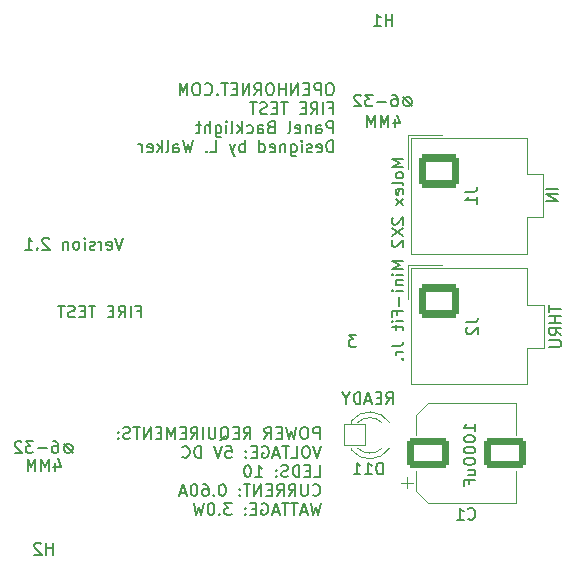
<source format=gbr>
%TF.GenerationSoftware,KiCad,Pcbnew,(6.0.9)*%
%TF.CreationDate,2022-12-26T17:43:00-09:00*%
%TF.ProjectId,PCB_ FIRE TEST PANEL,5043422c-2046-4495-9245-205445535420,rev?*%
%TF.SameCoordinates,Original*%
%TF.FileFunction,Legend,Bot*%
%TF.FilePolarity,Positive*%
%FSLAX46Y46*%
G04 Gerber Fmt 4.6, Leading zero omitted, Abs format (unit mm)*
G04 Created by KiCad (PCBNEW (6.0.9)) date 2022-12-26 17:43:00*
%MOMM*%
%LPD*%
G01*
G04 APERTURE LIST*
G04 Aperture macros list*
%AMRoundRect*
0 Rectangle with rounded corners*
0 $1 Rounding radius*
0 $2 $3 $4 $5 $6 $7 $8 $9 X,Y pos of 4 corners*
0 Add a 4 corners polygon primitive as box body*
4,1,4,$2,$3,$4,$5,$6,$7,$8,$9,$2,$3,0*
0 Add four circle primitives for the rounded corners*
1,1,$1+$1,$2,$3*
1,1,$1+$1,$4,$5*
1,1,$1+$1,$6,$7*
1,1,$1+$1,$8,$9*
0 Add four rect primitives between the rounded corners*
20,1,$1+$1,$2,$3,$4,$5,0*
20,1,$1+$1,$4,$5,$6,$7,0*
20,1,$1+$1,$6,$7,$8,$9,0*
20,1,$1+$1,$8,$9,$2,$3,0*%
G04 Aperture macros list end*
%ADD10C,0.150000*%
%ADD11C,0.120000*%
%ADD12RoundRect,0.300000X-1.500000X-1.000000X1.500000X-1.000000X1.500000X1.000000X-1.500000X1.000000X0*%
%ADD13RoundRect,0.300001X-1.399999X1.099999X-1.399999X-1.099999X1.399999X-1.099999X1.399999X1.099999X0*%
%ADD14O,3.400000X2.800000*%
%ADD15C,12.800000*%
%ADD16C,3.672000*%
%ADD17C,4.400000*%
%ADD18RoundRect,0.050000X-0.900000X-0.900000X0.900000X-0.900000X0.900000X0.900000X-0.900000X0.900000X0*%
%ADD19C,1.900000*%
G04 APERTURE END LIST*
D10*
X125653276Y-95108780D02*
X125319942Y-96108780D01*
X124986609Y-95108780D01*
X124272323Y-96061161D02*
X124367561Y-96108780D01*
X124558038Y-96108780D01*
X124653276Y-96061161D01*
X124700895Y-95965923D01*
X124700895Y-95584971D01*
X124653276Y-95489733D01*
X124558038Y-95442114D01*
X124367561Y-95442114D01*
X124272323Y-95489733D01*
X124224704Y-95584971D01*
X124224704Y-95680209D01*
X124700895Y-95775447D01*
X123796133Y-96108780D02*
X123796133Y-95442114D01*
X123796133Y-95632590D02*
X123748514Y-95537352D01*
X123700895Y-95489733D01*
X123605657Y-95442114D01*
X123510419Y-95442114D01*
X123224704Y-96061161D02*
X123129466Y-96108780D01*
X122938990Y-96108780D01*
X122843752Y-96061161D01*
X122796133Y-95965923D01*
X122796133Y-95918304D01*
X122843752Y-95823066D01*
X122938990Y-95775447D01*
X123081847Y-95775447D01*
X123177085Y-95727828D01*
X123224704Y-95632590D01*
X123224704Y-95584971D01*
X123177085Y-95489733D01*
X123081847Y-95442114D01*
X122938990Y-95442114D01*
X122843752Y-95489733D01*
X122367561Y-96108780D02*
X122367561Y-95442114D01*
X122367561Y-95108780D02*
X122415180Y-95156400D01*
X122367561Y-95204019D01*
X122319942Y-95156400D01*
X122367561Y-95108780D01*
X122367561Y-95204019D01*
X121748514Y-96108780D02*
X121843752Y-96061161D01*
X121891371Y-96013542D01*
X121938990Y-95918304D01*
X121938990Y-95632590D01*
X121891371Y-95537352D01*
X121843752Y-95489733D01*
X121748514Y-95442114D01*
X121605657Y-95442114D01*
X121510419Y-95489733D01*
X121462800Y-95537352D01*
X121415180Y-95632590D01*
X121415180Y-95918304D01*
X121462800Y-96013542D01*
X121510419Y-96061161D01*
X121605657Y-96108780D01*
X121748514Y-96108780D01*
X120986609Y-95442114D02*
X120986609Y-96108780D01*
X120986609Y-95537352D02*
X120938990Y-95489733D01*
X120843752Y-95442114D01*
X120700895Y-95442114D01*
X120605657Y-95489733D01*
X120558038Y-95584971D01*
X120558038Y-96108780D01*
X119367561Y-95204019D02*
X119319942Y-95156400D01*
X119224704Y-95108780D01*
X118986609Y-95108780D01*
X118891371Y-95156400D01*
X118843752Y-95204019D01*
X118796133Y-95299257D01*
X118796133Y-95394495D01*
X118843752Y-95537352D01*
X119415180Y-96108780D01*
X118796133Y-96108780D01*
X118367561Y-96013542D02*
X118319942Y-96061161D01*
X118367561Y-96108780D01*
X118415180Y-96061161D01*
X118367561Y-96013542D01*
X118367561Y-96108780D01*
X117367561Y-96108780D02*
X117938990Y-96108780D01*
X117653276Y-96108780D02*
X117653276Y-95108780D01*
X117748514Y-95251638D01*
X117843752Y-95346876D01*
X117938990Y-95394495D01*
X147910680Y-109189780D02*
X148244013Y-108713590D01*
X148482108Y-109189780D02*
X148482108Y-108189780D01*
X148101156Y-108189780D01*
X148005918Y-108237400D01*
X147958299Y-108285019D01*
X147910680Y-108380257D01*
X147910680Y-108523114D01*
X147958299Y-108618352D01*
X148005918Y-108665971D01*
X148101156Y-108713590D01*
X148482108Y-108713590D01*
X147482108Y-108665971D02*
X147148775Y-108665971D01*
X147005918Y-109189780D02*
X147482108Y-109189780D01*
X147482108Y-108189780D01*
X147005918Y-108189780D01*
X146624965Y-108904066D02*
X146148775Y-108904066D01*
X146720203Y-109189780D02*
X146386870Y-108189780D01*
X146053537Y-109189780D01*
X145720203Y-109189780D02*
X145720203Y-108189780D01*
X145482108Y-108189780D01*
X145339251Y-108237400D01*
X145244013Y-108332638D01*
X145196394Y-108427876D01*
X145148775Y-108618352D01*
X145148775Y-108761209D01*
X145196394Y-108951685D01*
X145244013Y-109046923D01*
X145339251Y-109142161D01*
X145482108Y-109189780D01*
X145720203Y-109189780D01*
X144529727Y-108713590D02*
X144529727Y-109189780D01*
X144863060Y-108189780D02*
X144529727Y-108713590D01*
X144196394Y-108189780D01*
X155463500Y-111460850D02*
X155463500Y-110889421D01*
X155463500Y-111175136D02*
X154463500Y-111175136D01*
X154606358Y-111079898D01*
X154701596Y-110984660D01*
X154749215Y-110889421D01*
X154463500Y-112079898D02*
X154463500Y-112175136D01*
X154511120Y-112270374D01*
X154558739Y-112317993D01*
X154653977Y-112365612D01*
X154844453Y-112413231D01*
X155082548Y-112413231D01*
X155273024Y-112365612D01*
X155368262Y-112317993D01*
X155415881Y-112270374D01*
X155463500Y-112175136D01*
X155463500Y-112079898D01*
X155415881Y-111984660D01*
X155368262Y-111937040D01*
X155273024Y-111889421D01*
X155082548Y-111841802D01*
X154844453Y-111841802D01*
X154653977Y-111889421D01*
X154558739Y-111937040D01*
X154511120Y-111984660D01*
X154463500Y-112079898D01*
X154463500Y-113032279D02*
X154463500Y-113127517D01*
X154511120Y-113222755D01*
X154558739Y-113270374D01*
X154653977Y-113317993D01*
X154844453Y-113365612D01*
X155082548Y-113365612D01*
X155273024Y-113317993D01*
X155368262Y-113270374D01*
X155415881Y-113222755D01*
X155463500Y-113127517D01*
X155463500Y-113032279D01*
X155415881Y-112937040D01*
X155368262Y-112889421D01*
X155273024Y-112841802D01*
X155082548Y-112794183D01*
X154844453Y-112794183D01*
X154653977Y-112841802D01*
X154558739Y-112889421D01*
X154511120Y-112937040D01*
X154463500Y-113032279D01*
X154463500Y-113984660D02*
X154463500Y-114079898D01*
X154511120Y-114175136D01*
X154558739Y-114222755D01*
X154653977Y-114270374D01*
X154844453Y-114317993D01*
X155082548Y-114317993D01*
X155273024Y-114270374D01*
X155368262Y-114222755D01*
X155415881Y-114175136D01*
X155463500Y-114079898D01*
X155463500Y-113984660D01*
X155415881Y-113889421D01*
X155368262Y-113841802D01*
X155273024Y-113794183D01*
X155082548Y-113746564D01*
X154844453Y-113746564D01*
X154653977Y-113794183D01*
X154558739Y-113841802D01*
X154511120Y-113889421D01*
X154463500Y-113984660D01*
X154796834Y-115175136D02*
X155463500Y-115175136D01*
X154796834Y-114746564D02*
X155320643Y-114746564D01*
X155415881Y-114794183D01*
X155463500Y-114889421D01*
X155463500Y-115032279D01*
X155415881Y-115127517D01*
X155368262Y-115175136D01*
X154939691Y-115984660D02*
X154939691Y-115651326D01*
X155463500Y-115651326D02*
X154463500Y-115651326D01*
X154463500Y-116127517D01*
X149362420Y-88463859D02*
X148362420Y-88463859D01*
X149076706Y-88797192D01*
X148362420Y-89130525D01*
X149362420Y-89130525D01*
X149362420Y-89749573D02*
X149314801Y-89654335D01*
X149267182Y-89606716D01*
X149171944Y-89559097D01*
X148886230Y-89559097D01*
X148790992Y-89606716D01*
X148743373Y-89654335D01*
X148695754Y-89749573D01*
X148695754Y-89892430D01*
X148743373Y-89987668D01*
X148790992Y-90035287D01*
X148886230Y-90082906D01*
X149171944Y-90082906D01*
X149267182Y-90035287D01*
X149314801Y-89987668D01*
X149362420Y-89892430D01*
X149362420Y-89749573D01*
X149362420Y-90654335D02*
X149314801Y-90559097D01*
X149219563Y-90511478D01*
X148362420Y-90511478D01*
X149314801Y-91416240D02*
X149362420Y-91321001D01*
X149362420Y-91130525D01*
X149314801Y-91035287D01*
X149219563Y-90987668D01*
X148838611Y-90987668D01*
X148743373Y-91035287D01*
X148695754Y-91130525D01*
X148695754Y-91321001D01*
X148743373Y-91416240D01*
X148838611Y-91463859D01*
X148933849Y-91463859D01*
X149029087Y-90987668D01*
X149362420Y-91797192D02*
X148695754Y-92321001D01*
X148695754Y-91797192D02*
X149362420Y-92321001D01*
X148457659Y-93416239D02*
X148410040Y-93463859D01*
X148362420Y-93559097D01*
X148362420Y-93797192D01*
X148410040Y-93892430D01*
X148457659Y-93940049D01*
X148552897Y-93987668D01*
X148648135Y-93987668D01*
X148790992Y-93940049D01*
X149362420Y-93368620D01*
X149362420Y-93987668D01*
X148362420Y-94321001D02*
X149362420Y-94987668D01*
X148362420Y-94987668D02*
X149362420Y-94321001D01*
X148457659Y-95321001D02*
X148410040Y-95368620D01*
X148362420Y-95463859D01*
X148362420Y-95701954D01*
X148410040Y-95797192D01*
X148457659Y-95844811D01*
X148552897Y-95892430D01*
X148648135Y-95892430D01*
X148790992Y-95844811D01*
X149362420Y-95273382D01*
X149362420Y-95892430D01*
X149362420Y-97082906D02*
X148362420Y-97082906D01*
X149076706Y-97416239D01*
X148362420Y-97749573D01*
X149362420Y-97749573D01*
X149362420Y-98225763D02*
X148695754Y-98225763D01*
X148362420Y-98225763D02*
X148410040Y-98178144D01*
X148457659Y-98225763D01*
X148410040Y-98273382D01*
X148362420Y-98225763D01*
X148457659Y-98225763D01*
X148695754Y-98701954D02*
X149362420Y-98701954D01*
X148790992Y-98701954D02*
X148743373Y-98749573D01*
X148695754Y-98844811D01*
X148695754Y-98987668D01*
X148743373Y-99082906D01*
X148838611Y-99130525D01*
X149362420Y-99130525D01*
X149362420Y-99606716D02*
X148695754Y-99606716D01*
X148362420Y-99606716D02*
X148410040Y-99559097D01*
X148457659Y-99606716D01*
X148410040Y-99654335D01*
X148362420Y-99606716D01*
X148457659Y-99606716D01*
X148981468Y-100082906D02*
X148981468Y-100844811D01*
X148838611Y-101654335D02*
X148838611Y-101321001D01*
X149362420Y-101321001D02*
X148362420Y-101321001D01*
X148362420Y-101797192D01*
X149362420Y-102178144D02*
X148695754Y-102178144D01*
X148362420Y-102178144D02*
X148410040Y-102130525D01*
X148457659Y-102178144D01*
X148410040Y-102225763D01*
X148362420Y-102178144D01*
X148457659Y-102178144D01*
X148695754Y-102511478D02*
X148695754Y-102892430D01*
X148362420Y-102654335D02*
X149219563Y-102654335D01*
X149314801Y-102701954D01*
X149362420Y-102797192D01*
X149362420Y-102892430D01*
X148362420Y-104273382D02*
X149076706Y-104273382D01*
X149219563Y-104225763D01*
X149314801Y-104130525D01*
X149362420Y-103987668D01*
X149362420Y-103892430D01*
X149362420Y-104749573D02*
X148695754Y-104749573D01*
X148886230Y-104749573D02*
X148790992Y-104797192D01*
X148743373Y-104844811D01*
X148695754Y-104940049D01*
X148695754Y-105035287D01*
X149267182Y-105368620D02*
X149314801Y-105416239D01*
X149362420Y-105368620D01*
X149314801Y-105321001D01*
X149267182Y-105368620D01*
X149362420Y-105368620D01*
X145367333Y-103338380D02*
X144748285Y-103338380D01*
X145081619Y-103719333D01*
X144938761Y-103719333D01*
X144843523Y-103766952D01*
X144795904Y-103814571D01*
X144748285Y-103909809D01*
X144748285Y-104147904D01*
X144795904Y-104243142D01*
X144843523Y-104290761D01*
X144938761Y-104338380D01*
X145224476Y-104338380D01*
X145319714Y-104290761D01*
X145367333Y-104243142D01*
X142260004Y-112141980D02*
X142260004Y-111141980D01*
X141879052Y-111141980D01*
X141783814Y-111189600D01*
X141736195Y-111237219D01*
X141688576Y-111332457D01*
X141688576Y-111475314D01*
X141736195Y-111570552D01*
X141783814Y-111618171D01*
X141879052Y-111665790D01*
X142260004Y-111665790D01*
X141069528Y-111141980D02*
X140879052Y-111141980D01*
X140783814Y-111189600D01*
X140688576Y-111284838D01*
X140640957Y-111475314D01*
X140640957Y-111808647D01*
X140688576Y-111999123D01*
X140783814Y-112094361D01*
X140879052Y-112141980D01*
X141069528Y-112141980D01*
X141164766Y-112094361D01*
X141260004Y-111999123D01*
X141307623Y-111808647D01*
X141307623Y-111475314D01*
X141260004Y-111284838D01*
X141164766Y-111189600D01*
X141069528Y-111141980D01*
X140307623Y-111141980D02*
X140069528Y-112141980D01*
X139879052Y-111427695D01*
X139688576Y-112141980D01*
X139450480Y-111141980D01*
X139069528Y-111618171D02*
X138736195Y-111618171D01*
X138593338Y-112141980D02*
X139069528Y-112141980D01*
X139069528Y-111141980D01*
X138593338Y-111141980D01*
X137593338Y-112141980D02*
X137926671Y-111665790D01*
X138164766Y-112141980D02*
X138164766Y-111141980D01*
X137783814Y-111141980D01*
X137688576Y-111189600D01*
X137640957Y-111237219D01*
X137593338Y-111332457D01*
X137593338Y-111475314D01*
X137640957Y-111570552D01*
X137688576Y-111618171D01*
X137783814Y-111665790D01*
X138164766Y-111665790D01*
X135831433Y-112141980D02*
X136164766Y-111665790D01*
X136402861Y-112141980D02*
X136402861Y-111141980D01*
X136021909Y-111141980D01*
X135926671Y-111189600D01*
X135879052Y-111237219D01*
X135831433Y-111332457D01*
X135831433Y-111475314D01*
X135879052Y-111570552D01*
X135926671Y-111618171D01*
X136021909Y-111665790D01*
X136402861Y-111665790D01*
X135402861Y-111618171D02*
X135069528Y-111618171D01*
X134926671Y-112141980D02*
X135402861Y-112141980D01*
X135402861Y-111141980D01*
X134926671Y-111141980D01*
X133831433Y-112237219D02*
X133926671Y-112189600D01*
X134021909Y-112094361D01*
X134164766Y-111951504D01*
X134260004Y-111903885D01*
X134355242Y-111903885D01*
X134307623Y-112141980D02*
X134402861Y-112094361D01*
X134498100Y-111999123D01*
X134545719Y-111808647D01*
X134545719Y-111475314D01*
X134498100Y-111284838D01*
X134402861Y-111189600D01*
X134307623Y-111141980D01*
X134117147Y-111141980D01*
X134021909Y-111189600D01*
X133926671Y-111284838D01*
X133879052Y-111475314D01*
X133879052Y-111808647D01*
X133926671Y-111999123D01*
X134021909Y-112094361D01*
X134117147Y-112141980D01*
X134307623Y-112141980D01*
X133450480Y-111141980D02*
X133450480Y-111951504D01*
X133402861Y-112046742D01*
X133355242Y-112094361D01*
X133260004Y-112141980D01*
X133069528Y-112141980D01*
X132974290Y-112094361D01*
X132926671Y-112046742D01*
X132879052Y-111951504D01*
X132879052Y-111141980D01*
X132402861Y-112141980D02*
X132402861Y-111141980D01*
X131355242Y-112141980D02*
X131688576Y-111665790D01*
X131926671Y-112141980D02*
X131926671Y-111141980D01*
X131545719Y-111141980D01*
X131450480Y-111189600D01*
X131402861Y-111237219D01*
X131355242Y-111332457D01*
X131355242Y-111475314D01*
X131402861Y-111570552D01*
X131450480Y-111618171D01*
X131545719Y-111665790D01*
X131926671Y-111665790D01*
X130926671Y-111618171D02*
X130593338Y-111618171D01*
X130450480Y-112141980D02*
X130926671Y-112141980D01*
X130926671Y-111141980D01*
X130450480Y-111141980D01*
X130021909Y-112141980D02*
X130021909Y-111141980D01*
X129688576Y-111856266D01*
X129355242Y-111141980D01*
X129355242Y-112141980D01*
X128879052Y-111618171D02*
X128545719Y-111618171D01*
X128402861Y-112141980D02*
X128879052Y-112141980D01*
X128879052Y-111141980D01*
X128402861Y-111141980D01*
X127974290Y-112141980D02*
X127974290Y-111141980D01*
X127402861Y-112141980D01*
X127402861Y-111141980D01*
X127069528Y-111141980D02*
X126498100Y-111141980D01*
X126783814Y-112141980D02*
X126783814Y-111141980D01*
X126212385Y-112094361D02*
X126069528Y-112141980D01*
X125831433Y-112141980D01*
X125736195Y-112094361D01*
X125688576Y-112046742D01*
X125640957Y-111951504D01*
X125640957Y-111856266D01*
X125688576Y-111761028D01*
X125736195Y-111713409D01*
X125831433Y-111665790D01*
X126021909Y-111618171D01*
X126117147Y-111570552D01*
X126164766Y-111522933D01*
X126212385Y-111427695D01*
X126212385Y-111332457D01*
X126164766Y-111237219D01*
X126117147Y-111189600D01*
X126021909Y-111141980D01*
X125783814Y-111141980D01*
X125640957Y-111189600D01*
X125212385Y-112046742D02*
X125164766Y-112094361D01*
X125212385Y-112141980D01*
X125260004Y-112094361D01*
X125212385Y-112046742D01*
X125212385Y-112141980D01*
X125212385Y-111522933D02*
X125164766Y-111570552D01*
X125212385Y-111618171D01*
X125260004Y-111570552D01*
X125212385Y-111522933D01*
X125212385Y-111618171D01*
X142402861Y-112751980D02*
X142069528Y-113751980D01*
X141736195Y-112751980D01*
X141212385Y-112751980D02*
X141021909Y-112751980D01*
X140926671Y-112799600D01*
X140831433Y-112894838D01*
X140783814Y-113085314D01*
X140783814Y-113418647D01*
X140831433Y-113609123D01*
X140926671Y-113704361D01*
X141021909Y-113751980D01*
X141212385Y-113751980D01*
X141307623Y-113704361D01*
X141402861Y-113609123D01*
X141450480Y-113418647D01*
X141450480Y-113085314D01*
X141402861Y-112894838D01*
X141307623Y-112799600D01*
X141212385Y-112751980D01*
X139879052Y-113751980D02*
X140355242Y-113751980D01*
X140355242Y-112751980D01*
X139688576Y-112751980D02*
X139117147Y-112751980D01*
X139402861Y-113751980D02*
X139402861Y-112751980D01*
X138831433Y-113466266D02*
X138355242Y-113466266D01*
X138926671Y-113751980D02*
X138593338Y-112751980D01*
X138260004Y-113751980D01*
X137402861Y-112799600D02*
X137498100Y-112751980D01*
X137640957Y-112751980D01*
X137783814Y-112799600D01*
X137879052Y-112894838D01*
X137926671Y-112990076D01*
X137974290Y-113180552D01*
X137974290Y-113323409D01*
X137926671Y-113513885D01*
X137879052Y-113609123D01*
X137783814Y-113704361D01*
X137640957Y-113751980D01*
X137545719Y-113751980D01*
X137402861Y-113704361D01*
X137355242Y-113656742D01*
X137355242Y-113323409D01*
X137545719Y-113323409D01*
X136926671Y-113228171D02*
X136593338Y-113228171D01*
X136450480Y-113751980D02*
X136926671Y-113751980D01*
X136926671Y-112751980D01*
X136450480Y-112751980D01*
X136021909Y-113656742D02*
X135974290Y-113704361D01*
X136021909Y-113751980D01*
X136069528Y-113704361D01*
X136021909Y-113656742D01*
X136021909Y-113751980D01*
X136021909Y-113132933D02*
X135974290Y-113180552D01*
X136021909Y-113228171D01*
X136069528Y-113180552D01*
X136021909Y-113132933D01*
X136021909Y-113228171D01*
X134307623Y-112751980D02*
X134783814Y-112751980D01*
X134831433Y-113228171D01*
X134783814Y-113180552D01*
X134688576Y-113132933D01*
X134450480Y-113132933D01*
X134355242Y-113180552D01*
X134307623Y-113228171D01*
X134260004Y-113323409D01*
X134260004Y-113561504D01*
X134307623Y-113656742D01*
X134355242Y-113704361D01*
X134450480Y-113751980D01*
X134688576Y-113751980D01*
X134783814Y-113704361D01*
X134831433Y-113656742D01*
X133974290Y-112751980D02*
X133640957Y-113751980D01*
X133307623Y-112751980D01*
X132212385Y-113751980D02*
X132212385Y-112751980D01*
X131974290Y-112751980D01*
X131831433Y-112799600D01*
X131736195Y-112894838D01*
X131688576Y-112990076D01*
X131640957Y-113180552D01*
X131640957Y-113323409D01*
X131688576Y-113513885D01*
X131736195Y-113609123D01*
X131831433Y-113704361D01*
X131974290Y-113751980D01*
X132212385Y-113751980D01*
X130640957Y-113656742D02*
X130688576Y-113704361D01*
X130831433Y-113751980D01*
X130926671Y-113751980D01*
X131069528Y-113704361D01*
X131164766Y-113609123D01*
X131212385Y-113513885D01*
X131260004Y-113323409D01*
X131260004Y-113180552D01*
X131212385Y-112990076D01*
X131164766Y-112894838D01*
X131069528Y-112799600D01*
X130926671Y-112751980D01*
X130831433Y-112751980D01*
X130688576Y-112799600D01*
X130640957Y-112847219D01*
X141783814Y-115361980D02*
X142260004Y-115361980D01*
X142260004Y-114361980D01*
X141450480Y-114838171D02*
X141117147Y-114838171D01*
X140974290Y-115361980D02*
X141450480Y-115361980D01*
X141450480Y-114361980D01*
X140974290Y-114361980D01*
X140545719Y-115361980D02*
X140545719Y-114361980D01*
X140307623Y-114361980D01*
X140164766Y-114409600D01*
X140069528Y-114504838D01*
X140021909Y-114600076D01*
X139974290Y-114790552D01*
X139974290Y-114933409D01*
X140021909Y-115123885D01*
X140069528Y-115219123D01*
X140164766Y-115314361D01*
X140307623Y-115361980D01*
X140545719Y-115361980D01*
X139593338Y-115314361D02*
X139450480Y-115361980D01*
X139212385Y-115361980D01*
X139117147Y-115314361D01*
X139069528Y-115266742D01*
X139021909Y-115171504D01*
X139021909Y-115076266D01*
X139069528Y-114981028D01*
X139117147Y-114933409D01*
X139212385Y-114885790D01*
X139402861Y-114838171D01*
X139498100Y-114790552D01*
X139545719Y-114742933D01*
X139593338Y-114647695D01*
X139593338Y-114552457D01*
X139545719Y-114457219D01*
X139498100Y-114409600D01*
X139402861Y-114361980D01*
X139164766Y-114361980D01*
X139021909Y-114409600D01*
X138593338Y-115266742D02*
X138545719Y-115314361D01*
X138593338Y-115361980D01*
X138640957Y-115314361D01*
X138593338Y-115266742D01*
X138593338Y-115361980D01*
X138593338Y-114742933D02*
X138545719Y-114790552D01*
X138593338Y-114838171D01*
X138640957Y-114790552D01*
X138593338Y-114742933D01*
X138593338Y-114838171D01*
X136831433Y-115361980D02*
X137402861Y-115361980D01*
X137117147Y-115361980D02*
X137117147Y-114361980D01*
X137212385Y-114504838D01*
X137307623Y-114600076D01*
X137402861Y-114647695D01*
X136212385Y-114361980D02*
X136117147Y-114361980D01*
X136021909Y-114409600D01*
X135974290Y-114457219D01*
X135926671Y-114552457D01*
X135879052Y-114742933D01*
X135879052Y-114981028D01*
X135926671Y-115171504D01*
X135974290Y-115266742D01*
X136021909Y-115314361D01*
X136117147Y-115361980D01*
X136212385Y-115361980D01*
X136307623Y-115314361D01*
X136355242Y-115266742D01*
X136402861Y-115171504D01*
X136450480Y-114981028D01*
X136450480Y-114742933D01*
X136402861Y-114552457D01*
X136355242Y-114457219D01*
X136307623Y-114409600D01*
X136212385Y-114361980D01*
X141688576Y-116876742D02*
X141736195Y-116924361D01*
X141879052Y-116971980D01*
X141974290Y-116971980D01*
X142117147Y-116924361D01*
X142212385Y-116829123D01*
X142260004Y-116733885D01*
X142307623Y-116543409D01*
X142307623Y-116400552D01*
X142260004Y-116210076D01*
X142212385Y-116114838D01*
X142117147Y-116019600D01*
X141974290Y-115971980D01*
X141879052Y-115971980D01*
X141736195Y-116019600D01*
X141688576Y-116067219D01*
X141260004Y-115971980D02*
X141260004Y-116781504D01*
X141212385Y-116876742D01*
X141164766Y-116924361D01*
X141069528Y-116971980D01*
X140879052Y-116971980D01*
X140783814Y-116924361D01*
X140736195Y-116876742D01*
X140688576Y-116781504D01*
X140688576Y-115971980D01*
X139640957Y-116971980D02*
X139974290Y-116495790D01*
X140212385Y-116971980D02*
X140212385Y-115971980D01*
X139831433Y-115971980D01*
X139736195Y-116019600D01*
X139688576Y-116067219D01*
X139640957Y-116162457D01*
X139640957Y-116305314D01*
X139688576Y-116400552D01*
X139736195Y-116448171D01*
X139831433Y-116495790D01*
X140212385Y-116495790D01*
X138640957Y-116971980D02*
X138974290Y-116495790D01*
X139212385Y-116971980D02*
X139212385Y-115971980D01*
X138831433Y-115971980D01*
X138736195Y-116019600D01*
X138688576Y-116067219D01*
X138640957Y-116162457D01*
X138640957Y-116305314D01*
X138688576Y-116400552D01*
X138736195Y-116448171D01*
X138831433Y-116495790D01*
X139212385Y-116495790D01*
X138212385Y-116448171D02*
X137879052Y-116448171D01*
X137736195Y-116971980D02*
X138212385Y-116971980D01*
X138212385Y-115971980D01*
X137736195Y-115971980D01*
X137307623Y-116971980D02*
X137307623Y-115971980D01*
X136736195Y-116971980D01*
X136736195Y-115971980D01*
X136402861Y-115971980D02*
X135831433Y-115971980D01*
X136117147Y-116971980D02*
X136117147Y-115971980D01*
X135498100Y-116876742D02*
X135450480Y-116924361D01*
X135498100Y-116971980D01*
X135545719Y-116924361D01*
X135498100Y-116876742D01*
X135498100Y-116971980D01*
X135498100Y-116352933D02*
X135450480Y-116400552D01*
X135498100Y-116448171D01*
X135545719Y-116400552D01*
X135498100Y-116352933D01*
X135498100Y-116448171D01*
X134069528Y-115971980D02*
X133974290Y-115971980D01*
X133879052Y-116019600D01*
X133831433Y-116067219D01*
X133783814Y-116162457D01*
X133736195Y-116352933D01*
X133736195Y-116591028D01*
X133783814Y-116781504D01*
X133831433Y-116876742D01*
X133879052Y-116924361D01*
X133974290Y-116971980D01*
X134069528Y-116971980D01*
X134164766Y-116924361D01*
X134212385Y-116876742D01*
X134260004Y-116781504D01*
X134307623Y-116591028D01*
X134307623Y-116352933D01*
X134260004Y-116162457D01*
X134212385Y-116067219D01*
X134164766Y-116019600D01*
X134069528Y-115971980D01*
X133307623Y-116876742D02*
X133260004Y-116924361D01*
X133307623Y-116971980D01*
X133355242Y-116924361D01*
X133307623Y-116876742D01*
X133307623Y-116971980D01*
X132402861Y-115971980D02*
X132593338Y-115971980D01*
X132688576Y-116019600D01*
X132736195Y-116067219D01*
X132831433Y-116210076D01*
X132879052Y-116400552D01*
X132879052Y-116781504D01*
X132831433Y-116876742D01*
X132783814Y-116924361D01*
X132688576Y-116971980D01*
X132498100Y-116971980D01*
X132402861Y-116924361D01*
X132355242Y-116876742D01*
X132307623Y-116781504D01*
X132307623Y-116543409D01*
X132355242Y-116448171D01*
X132402861Y-116400552D01*
X132498100Y-116352933D01*
X132688576Y-116352933D01*
X132783814Y-116400552D01*
X132831433Y-116448171D01*
X132879052Y-116543409D01*
X131688576Y-115971980D02*
X131593338Y-115971980D01*
X131498100Y-116019600D01*
X131450480Y-116067219D01*
X131402861Y-116162457D01*
X131355242Y-116352933D01*
X131355242Y-116591028D01*
X131402861Y-116781504D01*
X131450480Y-116876742D01*
X131498100Y-116924361D01*
X131593338Y-116971980D01*
X131688576Y-116971980D01*
X131783814Y-116924361D01*
X131831433Y-116876742D01*
X131879052Y-116781504D01*
X131926671Y-116591028D01*
X131926671Y-116352933D01*
X131879052Y-116162457D01*
X131831433Y-116067219D01*
X131783814Y-116019600D01*
X131688576Y-115971980D01*
X130974290Y-116686266D02*
X130498100Y-116686266D01*
X131069528Y-116971980D02*
X130736195Y-115971980D01*
X130402861Y-116971980D01*
X142355242Y-117581980D02*
X142117147Y-118581980D01*
X141926671Y-117867695D01*
X141736195Y-118581980D01*
X141498100Y-117581980D01*
X141164766Y-118296266D02*
X140688576Y-118296266D01*
X141260004Y-118581980D02*
X140926671Y-117581980D01*
X140593338Y-118581980D01*
X140402861Y-117581980D02*
X139831433Y-117581980D01*
X140117147Y-118581980D02*
X140117147Y-117581980D01*
X139640957Y-117581980D02*
X139069528Y-117581980D01*
X139355242Y-118581980D02*
X139355242Y-117581980D01*
X138783814Y-118296266D02*
X138307623Y-118296266D01*
X138879052Y-118581980D02*
X138545719Y-117581980D01*
X138212385Y-118581980D01*
X137355242Y-117629600D02*
X137450480Y-117581980D01*
X137593338Y-117581980D01*
X137736195Y-117629600D01*
X137831433Y-117724838D01*
X137879052Y-117820076D01*
X137926671Y-118010552D01*
X137926671Y-118153409D01*
X137879052Y-118343885D01*
X137831433Y-118439123D01*
X137736195Y-118534361D01*
X137593338Y-118581980D01*
X137498100Y-118581980D01*
X137355242Y-118534361D01*
X137307623Y-118486742D01*
X137307623Y-118153409D01*
X137498100Y-118153409D01*
X136879052Y-118058171D02*
X136545719Y-118058171D01*
X136402861Y-118581980D02*
X136879052Y-118581980D01*
X136879052Y-117581980D01*
X136402861Y-117581980D01*
X135974290Y-118486742D02*
X135926671Y-118534361D01*
X135974290Y-118581980D01*
X136021909Y-118534361D01*
X135974290Y-118486742D01*
X135974290Y-118581980D01*
X135974290Y-117962933D02*
X135926671Y-118010552D01*
X135974290Y-118058171D01*
X136021909Y-118010552D01*
X135974290Y-117962933D01*
X135974290Y-118058171D01*
X134831433Y-117581980D02*
X134212385Y-117581980D01*
X134545719Y-117962933D01*
X134402861Y-117962933D01*
X134307623Y-118010552D01*
X134260004Y-118058171D01*
X134212385Y-118153409D01*
X134212385Y-118391504D01*
X134260004Y-118486742D01*
X134307623Y-118534361D01*
X134402861Y-118581980D01*
X134688576Y-118581980D01*
X134783814Y-118534361D01*
X134831433Y-118486742D01*
X133783814Y-118486742D02*
X133736195Y-118534361D01*
X133783814Y-118581980D01*
X133831433Y-118534361D01*
X133783814Y-118486742D01*
X133783814Y-118581980D01*
X133117147Y-117581980D02*
X133021909Y-117581980D01*
X132926671Y-117629600D01*
X132879052Y-117677219D01*
X132831433Y-117772457D01*
X132783814Y-117962933D01*
X132783814Y-118201028D01*
X132831433Y-118391504D01*
X132879052Y-118486742D01*
X132926671Y-118534361D01*
X133021909Y-118581980D01*
X133117147Y-118581980D01*
X133212385Y-118534361D01*
X133260004Y-118486742D01*
X133307623Y-118391504D01*
X133355242Y-118201028D01*
X133355242Y-117962933D01*
X133307623Y-117772457D01*
X133260004Y-117677219D01*
X133212385Y-117629600D01*
X133117147Y-117581980D01*
X132450480Y-117581980D02*
X132212385Y-118581980D01*
X132021909Y-117867695D01*
X131831433Y-118581980D01*
X131593338Y-117581980D01*
X162456120Y-90956830D02*
X161456120Y-90956830D01*
X162456120Y-91433020D02*
X161456120Y-91433020D01*
X162456120Y-92004449D01*
X161456120Y-92004449D01*
X161732980Y-100836006D02*
X161732980Y-101407435D01*
X162732980Y-101121720D02*
X161732980Y-101121720D01*
X162732980Y-101740768D02*
X161732980Y-101740768D01*
X162209171Y-101740768D02*
X162209171Y-102312197D01*
X162732980Y-102312197D02*
X161732980Y-102312197D01*
X162732980Y-103359816D02*
X162256790Y-103026482D01*
X162732980Y-102788387D02*
X161732980Y-102788387D01*
X161732980Y-103169340D01*
X161780600Y-103264578D01*
X161828219Y-103312197D01*
X161923457Y-103359816D01*
X162066314Y-103359816D01*
X162161552Y-103312197D01*
X162209171Y-103264578D01*
X162256790Y-103169340D01*
X162256790Y-102788387D01*
X161732980Y-103788387D02*
X162542504Y-103788387D01*
X162637742Y-103836006D01*
X162685361Y-103883625D01*
X162732980Y-103978863D01*
X162732980Y-104169340D01*
X162685361Y-104264578D01*
X162637742Y-104312197D01*
X162542504Y-104359816D01*
X161732980Y-104359816D01*
X143217608Y-82033400D02*
X143027132Y-82033400D01*
X142931894Y-82081020D01*
X142836656Y-82176258D01*
X142789037Y-82366734D01*
X142789037Y-82700067D01*
X142836656Y-82890543D01*
X142931894Y-82985781D01*
X143027132Y-83033400D01*
X143217608Y-83033400D01*
X143312846Y-82985781D01*
X143408084Y-82890543D01*
X143455703Y-82700067D01*
X143455703Y-82366734D01*
X143408084Y-82176258D01*
X143312846Y-82081020D01*
X143217608Y-82033400D01*
X142360465Y-83033400D02*
X142360465Y-82033400D01*
X141979513Y-82033400D01*
X141884275Y-82081020D01*
X141836656Y-82128639D01*
X141789037Y-82223877D01*
X141789037Y-82366734D01*
X141836656Y-82461972D01*
X141884275Y-82509591D01*
X141979513Y-82557210D01*
X142360465Y-82557210D01*
X141360465Y-82509591D02*
X141027132Y-82509591D01*
X140884275Y-83033400D02*
X141360465Y-83033400D01*
X141360465Y-82033400D01*
X140884275Y-82033400D01*
X140455703Y-83033400D02*
X140455703Y-82033400D01*
X139884275Y-83033400D01*
X139884275Y-82033400D01*
X139408084Y-83033400D02*
X139408084Y-82033400D01*
X139408084Y-82509591D02*
X138836656Y-82509591D01*
X138836656Y-83033400D02*
X138836656Y-82033400D01*
X138169989Y-82033400D02*
X137979513Y-82033400D01*
X137884275Y-82081020D01*
X137789037Y-82176258D01*
X137741418Y-82366734D01*
X137741418Y-82700067D01*
X137789037Y-82890543D01*
X137884275Y-82985781D01*
X137979513Y-83033400D01*
X138169989Y-83033400D01*
X138265227Y-82985781D01*
X138360465Y-82890543D01*
X138408084Y-82700067D01*
X138408084Y-82366734D01*
X138360465Y-82176258D01*
X138265227Y-82081020D01*
X138169989Y-82033400D01*
X136741418Y-83033400D02*
X137074751Y-82557210D01*
X137312846Y-83033400D02*
X137312846Y-82033400D01*
X136931894Y-82033400D01*
X136836656Y-82081020D01*
X136789037Y-82128639D01*
X136741418Y-82223877D01*
X136741418Y-82366734D01*
X136789037Y-82461972D01*
X136836656Y-82509591D01*
X136931894Y-82557210D01*
X137312846Y-82557210D01*
X136312846Y-83033400D02*
X136312846Y-82033400D01*
X135741418Y-83033400D01*
X135741418Y-82033400D01*
X135265227Y-82509591D02*
X134931894Y-82509591D01*
X134789037Y-83033400D02*
X135265227Y-83033400D01*
X135265227Y-82033400D01*
X134789037Y-82033400D01*
X134503322Y-82033400D02*
X133931894Y-82033400D01*
X134217608Y-83033400D02*
X134217608Y-82033400D01*
X133598560Y-82938162D02*
X133550941Y-82985781D01*
X133598560Y-83033400D01*
X133646180Y-82985781D01*
X133598560Y-82938162D01*
X133598560Y-83033400D01*
X132550941Y-82938162D02*
X132598560Y-82985781D01*
X132741418Y-83033400D01*
X132836656Y-83033400D01*
X132979513Y-82985781D01*
X133074751Y-82890543D01*
X133122370Y-82795305D01*
X133169989Y-82604829D01*
X133169989Y-82461972D01*
X133122370Y-82271496D01*
X133074751Y-82176258D01*
X132979513Y-82081020D01*
X132836656Y-82033400D01*
X132741418Y-82033400D01*
X132598560Y-82081020D01*
X132550941Y-82128639D01*
X131931894Y-82033400D02*
X131741418Y-82033400D01*
X131646180Y-82081020D01*
X131550941Y-82176258D01*
X131503322Y-82366734D01*
X131503322Y-82700067D01*
X131550941Y-82890543D01*
X131646180Y-82985781D01*
X131741418Y-83033400D01*
X131931894Y-83033400D01*
X132027132Y-82985781D01*
X132122370Y-82890543D01*
X132169989Y-82700067D01*
X132169989Y-82366734D01*
X132122370Y-82176258D01*
X132027132Y-82081020D01*
X131931894Y-82033400D01*
X131074751Y-83033400D02*
X131074751Y-82033400D01*
X130741418Y-82747686D01*
X130408084Y-82033400D01*
X130408084Y-83033400D01*
X143074751Y-84119591D02*
X143408084Y-84119591D01*
X143408084Y-84643400D02*
X143408084Y-83643400D01*
X142931894Y-83643400D01*
X142550941Y-84643400D02*
X142550941Y-83643400D01*
X141503322Y-84643400D02*
X141836656Y-84167210D01*
X142074751Y-84643400D02*
X142074751Y-83643400D01*
X141693799Y-83643400D01*
X141598560Y-83691020D01*
X141550941Y-83738639D01*
X141503322Y-83833877D01*
X141503322Y-83976734D01*
X141550941Y-84071972D01*
X141598560Y-84119591D01*
X141693799Y-84167210D01*
X142074751Y-84167210D01*
X141074751Y-84119591D02*
X140741418Y-84119591D01*
X140598560Y-84643400D02*
X141074751Y-84643400D01*
X141074751Y-83643400D01*
X140598560Y-83643400D01*
X139550941Y-83643400D02*
X138979513Y-83643400D01*
X139265227Y-84643400D02*
X139265227Y-83643400D01*
X138646180Y-84119591D02*
X138312846Y-84119591D01*
X138169989Y-84643400D02*
X138646180Y-84643400D01*
X138646180Y-83643400D01*
X138169989Y-83643400D01*
X137789037Y-84595781D02*
X137646180Y-84643400D01*
X137408084Y-84643400D01*
X137312846Y-84595781D01*
X137265227Y-84548162D01*
X137217608Y-84452924D01*
X137217608Y-84357686D01*
X137265227Y-84262448D01*
X137312846Y-84214829D01*
X137408084Y-84167210D01*
X137598560Y-84119591D01*
X137693799Y-84071972D01*
X137741418Y-84024353D01*
X137789037Y-83929115D01*
X137789037Y-83833877D01*
X137741418Y-83738639D01*
X137693799Y-83691020D01*
X137598560Y-83643400D01*
X137360465Y-83643400D01*
X137217608Y-83691020D01*
X136931894Y-83643400D02*
X136360465Y-83643400D01*
X136646180Y-84643400D02*
X136646180Y-83643400D01*
X143408084Y-86253400D02*
X143408084Y-85253400D01*
X143027132Y-85253400D01*
X142931894Y-85301020D01*
X142884275Y-85348639D01*
X142836656Y-85443877D01*
X142836656Y-85586734D01*
X142884275Y-85681972D01*
X142931894Y-85729591D01*
X143027132Y-85777210D01*
X143408084Y-85777210D01*
X141979513Y-86253400D02*
X141979513Y-85729591D01*
X142027132Y-85634353D01*
X142122370Y-85586734D01*
X142312846Y-85586734D01*
X142408084Y-85634353D01*
X141979513Y-86205781D02*
X142074751Y-86253400D01*
X142312846Y-86253400D01*
X142408084Y-86205781D01*
X142455703Y-86110543D01*
X142455703Y-86015305D01*
X142408084Y-85920067D01*
X142312846Y-85872448D01*
X142074751Y-85872448D01*
X141979513Y-85824829D01*
X141503322Y-85586734D02*
X141503322Y-86253400D01*
X141503322Y-85681972D02*
X141455703Y-85634353D01*
X141360465Y-85586734D01*
X141217608Y-85586734D01*
X141122370Y-85634353D01*
X141074751Y-85729591D01*
X141074751Y-86253400D01*
X140217608Y-86205781D02*
X140312846Y-86253400D01*
X140503322Y-86253400D01*
X140598560Y-86205781D01*
X140646180Y-86110543D01*
X140646180Y-85729591D01*
X140598560Y-85634353D01*
X140503322Y-85586734D01*
X140312846Y-85586734D01*
X140217608Y-85634353D01*
X140169989Y-85729591D01*
X140169989Y-85824829D01*
X140646180Y-85920067D01*
X139598560Y-86253400D02*
X139693799Y-86205781D01*
X139741418Y-86110543D01*
X139741418Y-85253400D01*
X138122370Y-85729591D02*
X137979513Y-85777210D01*
X137931894Y-85824829D01*
X137884275Y-85920067D01*
X137884275Y-86062924D01*
X137931894Y-86158162D01*
X137979513Y-86205781D01*
X138074751Y-86253400D01*
X138455703Y-86253400D01*
X138455703Y-85253400D01*
X138122370Y-85253400D01*
X138027132Y-85301020D01*
X137979513Y-85348639D01*
X137931894Y-85443877D01*
X137931894Y-85539115D01*
X137979513Y-85634353D01*
X138027132Y-85681972D01*
X138122370Y-85729591D01*
X138455703Y-85729591D01*
X137027132Y-86253400D02*
X137027132Y-85729591D01*
X137074751Y-85634353D01*
X137169989Y-85586734D01*
X137360465Y-85586734D01*
X137455703Y-85634353D01*
X137027132Y-86205781D02*
X137122370Y-86253400D01*
X137360465Y-86253400D01*
X137455703Y-86205781D01*
X137503322Y-86110543D01*
X137503322Y-86015305D01*
X137455703Y-85920067D01*
X137360465Y-85872448D01*
X137122370Y-85872448D01*
X137027132Y-85824829D01*
X136122370Y-86205781D02*
X136217608Y-86253400D01*
X136408084Y-86253400D01*
X136503322Y-86205781D01*
X136550941Y-86158162D01*
X136598560Y-86062924D01*
X136598560Y-85777210D01*
X136550941Y-85681972D01*
X136503322Y-85634353D01*
X136408084Y-85586734D01*
X136217608Y-85586734D01*
X136122370Y-85634353D01*
X135693799Y-86253400D02*
X135693799Y-85253400D01*
X135598560Y-85872448D02*
X135312846Y-86253400D01*
X135312846Y-85586734D02*
X135693799Y-85967686D01*
X134741418Y-86253400D02*
X134836656Y-86205781D01*
X134884275Y-86110543D01*
X134884275Y-85253400D01*
X134360465Y-86253400D02*
X134360465Y-85586734D01*
X134360465Y-85253400D02*
X134408084Y-85301020D01*
X134360465Y-85348639D01*
X134312846Y-85301020D01*
X134360465Y-85253400D01*
X134360465Y-85348639D01*
X133455703Y-85586734D02*
X133455703Y-86396258D01*
X133503322Y-86491496D01*
X133550941Y-86539115D01*
X133646179Y-86586734D01*
X133789037Y-86586734D01*
X133884275Y-86539115D01*
X133455703Y-86205781D02*
X133550941Y-86253400D01*
X133741418Y-86253400D01*
X133836656Y-86205781D01*
X133884275Y-86158162D01*
X133931894Y-86062924D01*
X133931894Y-85777210D01*
X133884275Y-85681972D01*
X133836656Y-85634353D01*
X133741418Y-85586734D01*
X133550941Y-85586734D01*
X133455703Y-85634353D01*
X132979513Y-86253400D02*
X132979513Y-85253400D01*
X132550941Y-86253400D02*
X132550941Y-85729591D01*
X132598560Y-85634353D01*
X132693799Y-85586734D01*
X132836656Y-85586734D01*
X132931894Y-85634353D01*
X132979513Y-85681972D01*
X132217608Y-85586734D02*
X131836656Y-85586734D01*
X132074751Y-85253400D02*
X132074751Y-86110543D01*
X132027132Y-86205781D01*
X131931894Y-86253400D01*
X131836656Y-86253400D01*
X143408084Y-87863400D02*
X143408084Y-86863400D01*
X143169989Y-86863400D01*
X143027132Y-86911020D01*
X142931894Y-87006258D01*
X142884275Y-87101496D01*
X142836656Y-87291972D01*
X142836656Y-87434829D01*
X142884275Y-87625305D01*
X142931894Y-87720543D01*
X143027132Y-87815781D01*
X143169989Y-87863400D01*
X143408084Y-87863400D01*
X142027132Y-87815781D02*
X142122370Y-87863400D01*
X142312846Y-87863400D01*
X142408084Y-87815781D01*
X142455703Y-87720543D01*
X142455703Y-87339591D01*
X142408084Y-87244353D01*
X142312846Y-87196734D01*
X142122370Y-87196734D01*
X142027132Y-87244353D01*
X141979513Y-87339591D01*
X141979513Y-87434829D01*
X142455703Y-87530067D01*
X141598560Y-87815781D02*
X141503322Y-87863400D01*
X141312846Y-87863400D01*
X141217608Y-87815781D01*
X141169989Y-87720543D01*
X141169989Y-87672924D01*
X141217608Y-87577686D01*
X141312846Y-87530067D01*
X141455703Y-87530067D01*
X141550941Y-87482448D01*
X141598560Y-87387210D01*
X141598560Y-87339591D01*
X141550941Y-87244353D01*
X141455703Y-87196734D01*
X141312846Y-87196734D01*
X141217608Y-87244353D01*
X140741418Y-87863400D02*
X140741418Y-87196734D01*
X140741418Y-86863400D02*
X140789037Y-86911020D01*
X140741418Y-86958639D01*
X140693799Y-86911020D01*
X140741418Y-86863400D01*
X140741418Y-86958639D01*
X139836656Y-87196734D02*
X139836656Y-88006258D01*
X139884275Y-88101496D01*
X139931894Y-88149115D01*
X140027132Y-88196734D01*
X140169989Y-88196734D01*
X140265227Y-88149115D01*
X139836656Y-87815781D02*
X139931894Y-87863400D01*
X140122370Y-87863400D01*
X140217608Y-87815781D01*
X140265227Y-87768162D01*
X140312846Y-87672924D01*
X140312846Y-87387210D01*
X140265227Y-87291972D01*
X140217608Y-87244353D01*
X140122370Y-87196734D01*
X139931894Y-87196734D01*
X139836656Y-87244353D01*
X139360465Y-87196734D02*
X139360465Y-87863400D01*
X139360465Y-87291972D02*
X139312846Y-87244353D01*
X139217608Y-87196734D01*
X139074751Y-87196734D01*
X138979513Y-87244353D01*
X138931894Y-87339591D01*
X138931894Y-87863400D01*
X138074751Y-87815781D02*
X138169989Y-87863400D01*
X138360465Y-87863400D01*
X138455703Y-87815781D01*
X138503322Y-87720543D01*
X138503322Y-87339591D01*
X138455703Y-87244353D01*
X138360465Y-87196734D01*
X138169989Y-87196734D01*
X138074751Y-87244353D01*
X138027132Y-87339591D01*
X138027132Y-87434829D01*
X138503322Y-87530067D01*
X137169989Y-87863400D02*
X137169989Y-86863400D01*
X137169989Y-87815781D02*
X137265227Y-87863400D01*
X137455703Y-87863400D01*
X137550941Y-87815781D01*
X137598560Y-87768162D01*
X137646180Y-87672924D01*
X137646180Y-87387210D01*
X137598560Y-87291972D01*
X137550941Y-87244353D01*
X137455703Y-87196734D01*
X137265227Y-87196734D01*
X137169989Y-87244353D01*
X135931894Y-87863400D02*
X135931894Y-86863400D01*
X135931894Y-87244353D02*
X135836656Y-87196734D01*
X135646180Y-87196734D01*
X135550941Y-87244353D01*
X135503322Y-87291972D01*
X135455703Y-87387210D01*
X135455703Y-87672924D01*
X135503322Y-87768162D01*
X135550941Y-87815781D01*
X135646180Y-87863400D01*
X135836656Y-87863400D01*
X135931894Y-87815781D01*
X135122370Y-87196734D02*
X134884275Y-87863400D01*
X134646180Y-87196734D02*
X134884275Y-87863400D01*
X134979513Y-88101496D01*
X135027132Y-88149115D01*
X135122370Y-88196734D01*
X133027132Y-87863400D02*
X133503322Y-87863400D01*
X133503322Y-86863400D01*
X132693799Y-87768162D02*
X132646180Y-87815781D01*
X132693799Y-87863400D01*
X132741418Y-87815781D01*
X132693799Y-87768162D01*
X132693799Y-87863400D01*
X131550941Y-86863400D02*
X131312846Y-87863400D01*
X131122370Y-87149115D01*
X130931894Y-87863400D01*
X130693799Y-86863400D01*
X129884275Y-87863400D02*
X129884275Y-87339591D01*
X129931894Y-87244353D01*
X130027132Y-87196734D01*
X130217608Y-87196734D01*
X130312846Y-87244353D01*
X129884275Y-87815781D02*
X129979513Y-87863400D01*
X130217608Y-87863400D01*
X130312846Y-87815781D01*
X130360465Y-87720543D01*
X130360465Y-87625305D01*
X130312846Y-87530067D01*
X130217608Y-87482448D01*
X129979513Y-87482448D01*
X129884275Y-87434829D01*
X129265227Y-87863400D02*
X129360465Y-87815781D01*
X129408084Y-87720543D01*
X129408084Y-86863400D01*
X128884275Y-87863400D02*
X128884275Y-86863400D01*
X128789037Y-87482448D02*
X128503322Y-87863400D01*
X128503322Y-87196734D02*
X128884275Y-87577686D01*
X127693799Y-87815781D02*
X127789037Y-87863400D01*
X127979513Y-87863400D01*
X128074751Y-87815781D01*
X128122370Y-87720543D01*
X128122370Y-87339591D01*
X128074751Y-87244353D01*
X127979513Y-87196734D01*
X127789037Y-87196734D01*
X127693799Y-87244353D01*
X127646180Y-87339591D01*
X127646180Y-87434829D01*
X128122370Y-87530067D01*
X127217608Y-87863400D02*
X127217608Y-87196734D01*
X127217608Y-87387210D02*
X127169989Y-87291972D01*
X127122370Y-87244353D01*
X127027132Y-87196734D01*
X126931894Y-87196734D01*
X126817047Y-101325371D02*
X127150380Y-101325371D01*
X127150380Y-101849180D02*
X127150380Y-100849180D01*
X126674190Y-100849180D01*
X126293238Y-101849180D02*
X126293238Y-100849180D01*
X125245619Y-101849180D02*
X125578952Y-101372990D01*
X125817047Y-101849180D02*
X125817047Y-100849180D01*
X125436095Y-100849180D01*
X125340857Y-100896800D01*
X125293238Y-100944419D01*
X125245619Y-101039657D01*
X125245619Y-101182514D01*
X125293238Y-101277752D01*
X125340857Y-101325371D01*
X125436095Y-101372990D01*
X125817047Y-101372990D01*
X124817047Y-101325371D02*
X124483714Y-101325371D01*
X124340857Y-101849180D02*
X124817047Y-101849180D01*
X124817047Y-100849180D01*
X124340857Y-100849180D01*
X123293238Y-100849180D02*
X122721809Y-100849180D01*
X123007523Y-101849180D02*
X123007523Y-100849180D01*
X122388476Y-101325371D02*
X122055142Y-101325371D01*
X121912285Y-101849180D02*
X122388476Y-101849180D01*
X122388476Y-100849180D01*
X121912285Y-100849180D01*
X121531333Y-101801561D02*
X121388476Y-101849180D01*
X121150380Y-101849180D01*
X121055142Y-101801561D01*
X121007523Y-101753942D01*
X120959904Y-101658704D01*
X120959904Y-101563466D01*
X121007523Y-101468228D01*
X121055142Y-101420609D01*
X121150380Y-101372990D01*
X121340857Y-101325371D01*
X121436095Y-101277752D01*
X121483714Y-101230133D01*
X121531333Y-101134895D01*
X121531333Y-101039657D01*
X121483714Y-100944419D01*
X121436095Y-100896800D01*
X121340857Y-100849180D01*
X121102761Y-100849180D01*
X120959904Y-100896800D01*
X120674190Y-100849180D02*
X120102761Y-100849180D01*
X120388476Y-101849180D02*
X120388476Y-100849180D01*
%TO.C,C1*%
X154843666Y-118879142D02*
X154891285Y-118926761D01*
X155034142Y-118974380D01*
X155129380Y-118974380D01*
X155272238Y-118926761D01*
X155367476Y-118831523D01*
X155415095Y-118736285D01*
X155462714Y-118545809D01*
X155462714Y-118402952D01*
X155415095Y-118212476D01*
X155367476Y-118117238D01*
X155272238Y-118022000D01*
X155129380Y-117974380D01*
X155034142Y-117974380D01*
X154891285Y-118022000D01*
X154843666Y-118069619D01*
X153891285Y-118974380D02*
X154462714Y-118974380D01*
X154177000Y-118974380D02*
X154177000Y-117974380D01*
X154272238Y-118117238D01*
X154367476Y-118212476D01*
X154462714Y-118260095D01*
%TO.C,J1*%
X154614004Y-91215266D02*
X155328290Y-91215266D01*
X155471147Y-91167647D01*
X155566385Y-91072409D01*
X155614004Y-90929552D01*
X155614004Y-90834314D01*
X155614004Y-92215266D02*
X155614004Y-91643838D01*
X155614004Y-91929552D02*
X154614004Y-91929552D01*
X154756862Y-91834314D01*
X154852100Y-91739076D01*
X154899719Y-91643838D01*
%TO.C,J2*%
X154664004Y-102264666D02*
X155378290Y-102264666D01*
X155521147Y-102217047D01*
X155616385Y-102121809D01*
X155664004Y-101978952D01*
X155664004Y-101883714D01*
X154759243Y-102693238D02*
X154711624Y-102740857D01*
X154664004Y-102836095D01*
X154664004Y-103074190D01*
X154711624Y-103169428D01*
X154759243Y-103217047D01*
X154854481Y-103264666D01*
X154949719Y-103264666D01*
X155092576Y-103217047D01*
X155664004Y-102645619D01*
X155664004Y-103264666D01*
%TO.C,2*%
X149805757Y-83225996D02*
X149615280Y-83225996D01*
X149424804Y-83321234D01*
X149329566Y-83511710D01*
X149329566Y-83702186D01*
X149424804Y-83892662D01*
X149615280Y-83987900D01*
X149805757Y-83987900D01*
X149996233Y-83892662D01*
X150091471Y-83702186D01*
X150091471Y-83511710D01*
X149996233Y-83321234D01*
X149805757Y-83225996D01*
X149329566Y-83225996D02*
X150091471Y-83987900D01*
X148424804Y-82987900D02*
X148615280Y-82987900D01*
X148710519Y-83035520D01*
X148758138Y-83083139D01*
X148853376Y-83225996D01*
X148900995Y-83416472D01*
X148900995Y-83797424D01*
X148853376Y-83892662D01*
X148805757Y-83940281D01*
X148710519Y-83987900D01*
X148520042Y-83987900D01*
X148424804Y-83940281D01*
X148377185Y-83892662D01*
X148329566Y-83797424D01*
X148329566Y-83559329D01*
X148377185Y-83464091D01*
X148424804Y-83416472D01*
X148520042Y-83368853D01*
X148710519Y-83368853D01*
X148805757Y-83416472D01*
X148853376Y-83464091D01*
X148900995Y-83559329D01*
X147900995Y-83606948D02*
X147139090Y-83606948D01*
X146758138Y-82987900D02*
X146139090Y-82987900D01*
X146472423Y-83368853D01*
X146329566Y-83368853D01*
X146234328Y-83416472D01*
X146186709Y-83464091D01*
X146139090Y-83559329D01*
X146139090Y-83797424D01*
X146186709Y-83892662D01*
X146234328Y-83940281D01*
X146329566Y-83987900D01*
X146615280Y-83987900D01*
X146710519Y-83940281D01*
X146758138Y-83892662D01*
X145758138Y-83083139D02*
X145710519Y-83035520D01*
X145615280Y-82987900D01*
X145377185Y-82987900D01*
X145281947Y-83035520D01*
X145234328Y-83083139D01*
X145186709Y-83178377D01*
X145186709Y-83273615D01*
X145234328Y-83416472D01*
X145805757Y-83987900D01*
X145186709Y-83987900D01*
X148424804Y-77155300D02*
X148424804Y-76155300D01*
X148424804Y-76631491D02*
X147853376Y-76631491D01*
X147853376Y-77155300D02*
X147853376Y-76155300D01*
X146853376Y-77155300D02*
X147424804Y-77155300D01*
X147139090Y-77155300D02*
X147139090Y-76155300D01*
X147234328Y-76298158D01*
X147329566Y-76393396D01*
X147424804Y-76441015D01*
X148615280Y-85071294D02*
X148615280Y-85737960D01*
X148853376Y-84690341D02*
X149091471Y-85404627D01*
X148472423Y-85404627D01*
X148091471Y-85737960D02*
X148091471Y-84737960D01*
X147758138Y-85452246D01*
X147424804Y-84737960D01*
X147424804Y-85737960D01*
X146948614Y-85737960D02*
X146948614Y-84737960D01*
X146615280Y-85452246D01*
X146281947Y-84737960D01*
X146281947Y-85737960D01*
%TO.C,3*%
X119683615Y-121928873D02*
X119683615Y-120928873D01*
X119683615Y-121405064D02*
X119112187Y-121405064D01*
X119112187Y-121928873D02*
X119112187Y-120928873D01*
X118683615Y-121024112D02*
X118635996Y-120976493D01*
X118540758Y-120928873D01*
X118302663Y-120928873D01*
X118207425Y-120976493D01*
X118159806Y-121024112D01*
X118112187Y-121119350D01*
X118112187Y-121214588D01*
X118159806Y-121357445D01*
X118731234Y-121928873D01*
X118112187Y-121928873D01*
X121064568Y-112556969D02*
X120874091Y-112556969D01*
X120683615Y-112652207D01*
X120588377Y-112842683D01*
X120588377Y-113033159D01*
X120683615Y-113223635D01*
X120874091Y-113318873D01*
X121064568Y-113318873D01*
X121255044Y-113223635D01*
X121350282Y-113033159D01*
X121350282Y-112842683D01*
X121255044Y-112652207D01*
X121064568Y-112556969D01*
X120588377Y-112556969D02*
X121350282Y-113318873D01*
X119683615Y-112318873D02*
X119874091Y-112318873D01*
X119969330Y-112366493D01*
X120016949Y-112414112D01*
X120112187Y-112556969D01*
X120159806Y-112747445D01*
X120159806Y-113128397D01*
X120112187Y-113223635D01*
X120064568Y-113271254D01*
X119969330Y-113318873D01*
X119778853Y-113318873D01*
X119683615Y-113271254D01*
X119635996Y-113223635D01*
X119588377Y-113128397D01*
X119588377Y-112890302D01*
X119635996Y-112795064D01*
X119683615Y-112747445D01*
X119778853Y-112699826D01*
X119969330Y-112699826D01*
X120064568Y-112747445D01*
X120112187Y-112795064D01*
X120159806Y-112890302D01*
X119159806Y-112937921D02*
X118397901Y-112937921D01*
X118016949Y-112318873D02*
X117397901Y-112318873D01*
X117731234Y-112699826D01*
X117588377Y-112699826D01*
X117493139Y-112747445D01*
X117445520Y-112795064D01*
X117397901Y-112890302D01*
X117397901Y-113128397D01*
X117445520Y-113223635D01*
X117493139Y-113271254D01*
X117588377Y-113318873D01*
X117874091Y-113318873D01*
X117969330Y-113271254D01*
X118016949Y-113223635D01*
X117016949Y-112414112D02*
X116969330Y-112366493D01*
X116874091Y-112318873D01*
X116635996Y-112318873D01*
X116540758Y-112366493D01*
X116493139Y-112414112D01*
X116445520Y-112509350D01*
X116445520Y-112604588D01*
X116493139Y-112747445D01*
X117064568Y-113318873D01*
X116445520Y-113318873D01*
X119874091Y-114177207D02*
X119874091Y-114843873D01*
X120112187Y-113796254D02*
X120350282Y-114510540D01*
X119731234Y-114510540D01*
X119350282Y-114843873D02*
X119350282Y-113843873D01*
X119016949Y-114558159D01*
X118683615Y-113843873D01*
X118683615Y-114843873D01*
X118207425Y-114843873D02*
X118207425Y-113843873D01*
X117874091Y-114558159D01*
X117540758Y-113843873D01*
X117540758Y-114843873D01*
%TO.C,D11*%
X147632685Y-115136180D02*
X147632685Y-114136180D01*
X147394590Y-114136180D01*
X147251733Y-114183800D01*
X147156495Y-114279038D01*
X147108876Y-114374276D01*
X147061257Y-114564752D01*
X147061257Y-114707609D01*
X147108876Y-114898085D01*
X147156495Y-114993323D01*
X147251733Y-115088561D01*
X147394590Y-115136180D01*
X147632685Y-115136180D01*
X146108876Y-115136180D02*
X146680304Y-115136180D01*
X146394590Y-115136180D02*
X146394590Y-114136180D01*
X146489828Y-114279038D01*
X146585066Y-114374276D01*
X146680304Y-114421895D01*
X145156495Y-115136180D02*
X145727923Y-115136180D01*
X145442209Y-115136180D02*
X145442209Y-114136180D01*
X145537447Y-114279038D01*
X145632685Y-114374276D01*
X145727923Y-114421895D01*
D11*
%TO.C,C1*%
X150417000Y-110126437D02*
X150417000Y-111812000D01*
X151481437Y-109062000D02*
X158937000Y-109062000D01*
X150417000Y-110126437D02*
X151481437Y-109062000D01*
X149677000Y-116332000D02*
X149677000Y-115332000D01*
X158937000Y-117582000D02*
X158937000Y-114832000D01*
X150417000Y-116517563D02*
X151481437Y-117582000D01*
X158937000Y-109062000D02*
X158937000Y-111812000D01*
X149177000Y-115832000D02*
X150177000Y-115832000D01*
X151481437Y-117582000D02*
X158937000Y-117582000D01*
X150417000Y-116517563D02*
X150417000Y-114832000D01*
%TO.C,J1*%
X161201000Y-93358600D02*
X161201000Y-91548600D01*
X149981000Y-96458600D02*
X159801000Y-96458600D01*
X161201000Y-89738600D02*
X161201000Y-91548600D01*
X159801000Y-89738600D02*
X161201000Y-89738600D01*
X149981000Y-86638600D02*
X159801000Y-86638600D01*
X159801000Y-93358600D02*
X161201000Y-93358600D01*
X149741000Y-89248600D02*
X149741000Y-86398600D01*
X149741000Y-86398600D02*
X152591000Y-86398600D01*
X159801000Y-86638600D02*
X159801000Y-89738600D01*
X159801000Y-96458600D02*
X159801000Y-93358600D01*
X149981000Y-91548600D02*
X149981000Y-86638600D01*
X149981000Y-91548600D02*
X149981000Y-96458600D01*
%TO.C,J2*%
X161251000Y-104408000D02*
X161251000Y-102598000D01*
X150031000Y-107508000D02*
X159851000Y-107508000D01*
X161251000Y-100788000D02*
X161251000Y-102598000D01*
X159851000Y-100788000D02*
X161251000Y-100788000D01*
X150031000Y-97688000D02*
X159851000Y-97688000D01*
X159851000Y-104408000D02*
X161251000Y-104408000D01*
X149791000Y-100298000D02*
X149791000Y-97448000D01*
X149791000Y-97448000D02*
X152641000Y-97448000D01*
X159851000Y-97688000D02*
X159851000Y-100788000D01*
X159851000Y-107508000D02*
X159851000Y-104408000D01*
X150031000Y-102598000D02*
X150031000Y-97688000D01*
X150031000Y-102598000D02*
X150031000Y-107508000D01*
%TO.C,D11*%
X144960000Y-110759000D02*
X144960000Y-110603000D01*
X144960000Y-113075000D02*
X144960000Y-112919000D01*
X147561130Y-110759163D02*
G75*
G03*
X145479039Y-110759000I-1041130J-1079837D01*
G01*
X144960000Y-113074516D02*
G75*
G03*
X148192335Y-112917608I1560000J1235516D01*
G01*
X148192335Y-110760392D02*
G75*
G03*
X144960000Y-110603484I-1672335J-1078608D01*
G01*
X145479039Y-112919000D02*
G75*
G03*
X147561130Y-112918837I1040961J1080000D01*
G01*
%TD*%
%LPC*%
D12*
%TO.C,C1*%
X151427000Y-113322000D03*
X157927000Y-113322000D03*
%TD*%
D13*
%TO.C,J1*%
X152341000Y-89448600D03*
D14*
X152341000Y-93648600D03*
X157841000Y-89448600D03*
X157841000Y-93648600D03*
%TD*%
D13*
%TO.C,J2*%
X152391000Y-100498000D03*
D14*
X152391000Y-104698000D03*
X157891000Y-100498000D03*
X157891000Y-104698000D03*
%TD*%
D15*
%TO.C,1*%
X134542711Y-101156493D03*
D16*
X134542711Y-91631493D03*
D15*
X134542711Y-101156493D03*
%TD*%
D17*
%TO.C,2*%
X147623711Y-80074493D03*
%TD*%
%TO.C,3*%
X118921711Y-117666493D03*
%TD*%
D18*
%TO.C,D11*%
X145250000Y-111839000D03*
D19*
X147790000Y-111839000D03*
%TD*%
M02*

</source>
